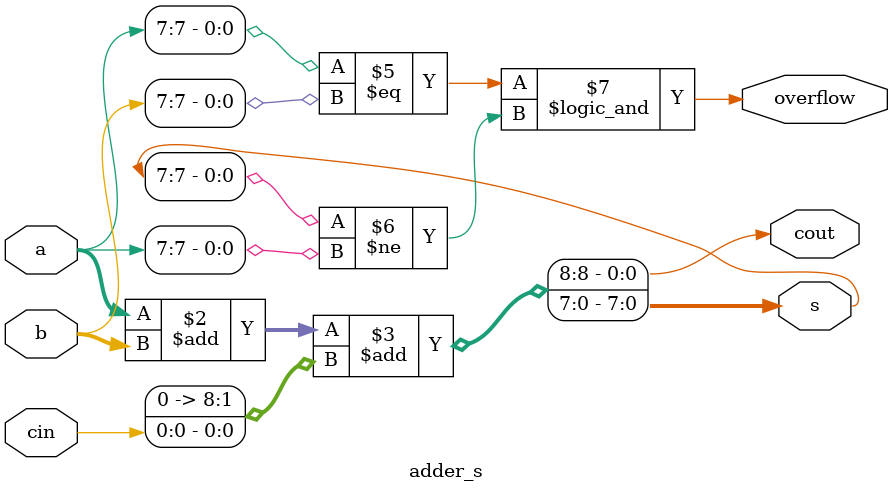
<source format=v>
module adder_s (
    input  wire [7:0] a        ,
    input  wire [7:0] b        ,
    input  wire       cin      ,
    output reg  [7:0] s        ,
    output reg        overflow ,
    output reg        cout
);

always @(a or b or cin) begin
   {cout,s} = a+b+{7'b0,cin};
end 

always @(a or b or cin) begin
   overflow = (a[7]==b[7])&&(s[7]!=a[7]);
end

endmodule

</source>
